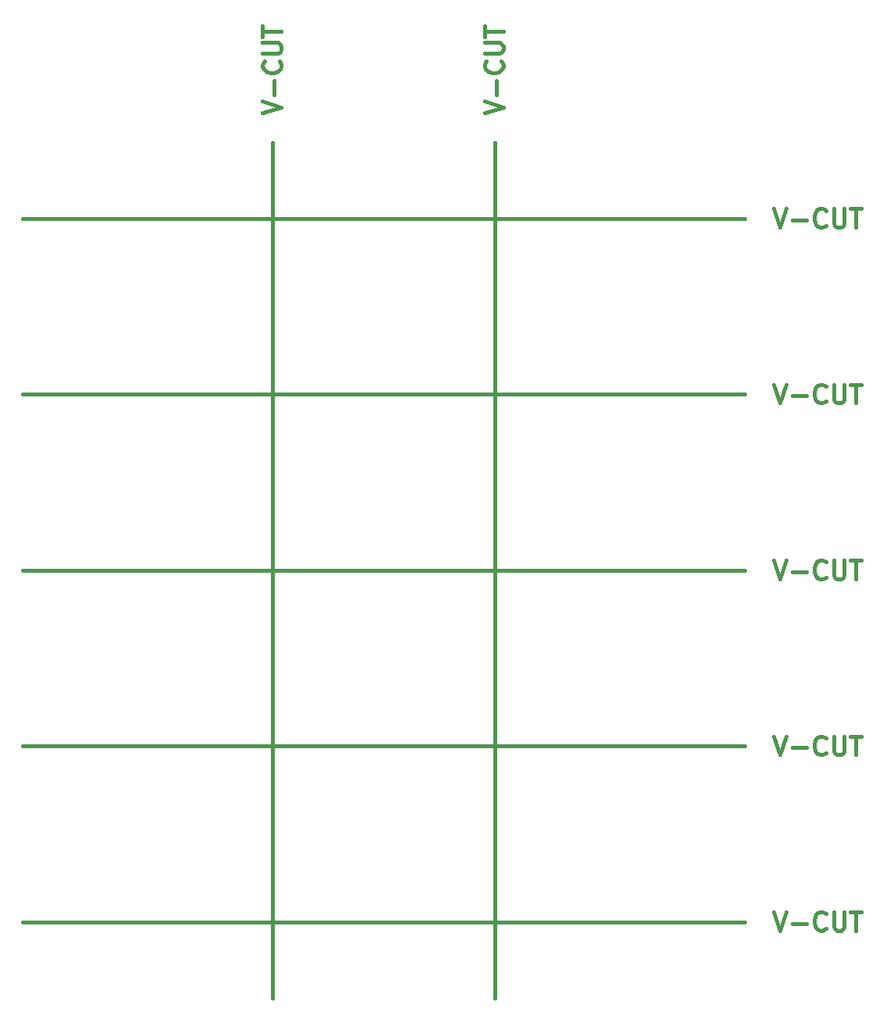
<source format=gbr>
G04 #@! TF.GenerationSoftware,KiCad,Pcbnew,7.0.2-6a45011f42~172~ubuntu22.04.1*
G04 #@! TF.CreationDate,2023-05-22T20:20:29+08:00*
G04 #@! TF.ProjectId,panel_4_3,70616e65-6c5f-4345-9f33-2e6b69636164,rev?*
G04 #@! TF.SameCoordinates,Original*
G04 #@! TF.FileFunction,Other,Comment*
%FSLAX46Y46*%
G04 Gerber Fmt 4.6, Leading zero omitted, Abs format (unit mm)*
G04 Created by KiCad (PCBNEW 7.0.2-6a45011f42~172~ubuntu22.04.1) date 2023-05-22 20:20:29*
%MOMM*%
%LPD*%
G01*
G04 APERTURE LIST*
%ADD10C,0.400000*%
G04 APERTURE END LIST*
D10*
X-3000000Y-62200000D02*
X75000000Y-62200000D01*
X48000000Y3000000D02*
X48000000Y-89400000D01*
X-3000000Y-5200000D02*
X75000000Y-5200000D01*
X24000000Y3000000D02*
X24000000Y-89400000D01*
X-3000000Y-43200000D02*
X75000000Y-43200000D01*
X-3000000Y-81200000D02*
X75000000Y-81200000D01*
X-3000000Y-24200000D02*
X75000000Y-24200000D01*
X78190476Y-42125238D02*
X78857142Y-44125238D01*
X78857142Y-44125238D02*
X79523809Y-42125238D01*
X80190476Y-43363333D02*
X81714286Y-43363333D01*
X83809523Y-43934761D02*
X83714285Y-44030000D01*
X83714285Y-44030000D02*
X83428571Y-44125238D01*
X83428571Y-44125238D02*
X83238095Y-44125238D01*
X83238095Y-44125238D02*
X82952380Y-44030000D01*
X82952380Y-44030000D02*
X82761904Y-43839523D01*
X82761904Y-43839523D02*
X82666666Y-43649047D01*
X82666666Y-43649047D02*
X82571428Y-43268095D01*
X82571428Y-43268095D02*
X82571428Y-42982380D01*
X82571428Y-42982380D02*
X82666666Y-42601428D01*
X82666666Y-42601428D02*
X82761904Y-42410952D01*
X82761904Y-42410952D02*
X82952380Y-42220476D01*
X82952380Y-42220476D02*
X83238095Y-42125238D01*
X83238095Y-42125238D02*
X83428571Y-42125238D01*
X83428571Y-42125238D02*
X83714285Y-42220476D01*
X83714285Y-42220476D02*
X83809523Y-42315714D01*
X84666666Y-42125238D02*
X84666666Y-43744285D01*
X84666666Y-43744285D02*
X84761904Y-43934761D01*
X84761904Y-43934761D02*
X84857142Y-44030000D01*
X84857142Y-44030000D02*
X85047618Y-44125238D01*
X85047618Y-44125238D02*
X85428571Y-44125238D01*
X85428571Y-44125238D02*
X85619047Y-44030000D01*
X85619047Y-44030000D02*
X85714285Y-43934761D01*
X85714285Y-43934761D02*
X85809523Y-43744285D01*
X85809523Y-43744285D02*
X85809523Y-42125238D01*
X86476190Y-42125238D02*
X87619047Y-42125238D01*
X87047618Y-44125238D02*
X87047618Y-42125238D01*
X78190476Y-4125238D02*
X78857142Y-6125238D01*
X78857142Y-6125238D02*
X79523809Y-4125238D01*
X80190476Y-5363333D02*
X81714286Y-5363333D01*
X83809523Y-5934761D02*
X83714285Y-6030000D01*
X83714285Y-6030000D02*
X83428571Y-6125238D01*
X83428571Y-6125238D02*
X83238095Y-6125238D01*
X83238095Y-6125238D02*
X82952380Y-6030000D01*
X82952380Y-6030000D02*
X82761904Y-5839523D01*
X82761904Y-5839523D02*
X82666666Y-5649047D01*
X82666666Y-5649047D02*
X82571428Y-5268095D01*
X82571428Y-5268095D02*
X82571428Y-4982380D01*
X82571428Y-4982380D02*
X82666666Y-4601428D01*
X82666666Y-4601428D02*
X82761904Y-4410952D01*
X82761904Y-4410952D02*
X82952380Y-4220476D01*
X82952380Y-4220476D02*
X83238095Y-4125238D01*
X83238095Y-4125238D02*
X83428571Y-4125238D01*
X83428571Y-4125238D02*
X83714285Y-4220476D01*
X83714285Y-4220476D02*
X83809523Y-4315714D01*
X84666666Y-4125238D02*
X84666666Y-5744285D01*
X84666666Y-5744285D02*
X84761904Y-5934761D01*
X84761904Y-5934761D02*
X84857142Y-6030000D01*
X84857142Y-6030000D02*
X85047618Y-6125238D01*
X85047618Y-6125238D02*
X85428571Y-6125238D01*
X85428571Y-6125238D02*
X85619047Y-6030000D01*
X85619047Y-6030000D02*
X85714285Y-5934761D01*
X85714285Y-5934761D02*
X85809523Y-5744285D01*
X85809523Y-5744285D02*
X85809523Y-4125238D01*
X86476190Y-4125238D02*
X87619047Y-4125238D01*
X87047618Y-6125238D02*
X87047618Y-4125238D01*
X22925238Y6190477D02*
X24925238Y6857143D01*
X24925238Y6857143D02*
X22925238Y7523810D01*
X24163333Y8190477D02*
X24163333Y9714286D01*
X24734761Y11809524D02*
X24830000Y11714286D01*
X24830000Y11714286D02*
X24925238Y11428572D01*
X24925238Y11428572D02*
X24925238Y11238096D01*
X24925238Y11238096D02*
X24830000Y10952381D01*
X24830000Y10952381D02*
X24639523Y10761905D01*
X24639523Y10761905D02*
X24449047Y10666667D01*
X24449047Y10666667D02*
X24068095Y10571429D01*
X24068095Y10571429D02*
X23782380Y10571429D01*
X23782380Y10571429D02*
X23401428Y10666667D01*
X23401428Y10666667D02*
X23210952Y10761905D01*
X23210952Y10761905D02*
X23020476Y10952381D01*
X23020476Y10952381D02*
X22925238Y11238096D01*
X22925238Y11238096D02*
X22925238Y11428572D01*
X22925238Y11428572D02*
X23020476Y11714286D01*
X23020476Y11714286D02*
X23115714Y11809524D01*
X22925238Y12666667D02*
X24544285Y12666667D01*
X24544285Y12666667D02*
X24734761Y12761905D01*
X24734761Y12761905D02*
X24830000Y12857143D01*
X24830000Y12857143D02*
X24925238Y13047619D01*
X24925238Y13047619D02*
X24925238Y13428572D01*
X24925238Y13428572D02*
X24830000Y13619048D01*
X24830000Y13619048D02*
X24734761Y13714286D01*
X24734761Y13714286D02*
X24544285Y13809524D01*
X24544285Y13809524D02*
X22925238Y13809524D01*
X22925238Y14476191D02*
X22925238Y15619048D01*
X24925238Y15047619D02*
X22925238Y15047619D01*
X78190476Y-23125238D02*
X78857142Y-25125238D01*
X78857142Y-25125238D02*
X79523809Y-23125238D01*
X80190476Y-24363333D02*
X81714286Y-24363333D01*
X83809523Y-24934761D02*
X83714285Y-25030000D01*
X83714285Y-25030000D02*
X83428571Y-25125238D01*
X83428571Y-25125238D02*
X83238095Y-25125238D01*
X83238095Y-25125238D02*
X82952380Y-25030000D01*
X82952380Y-25030000D02*
X82761904Y-24839523D01*
X82761904Y-24839523D02*
X82666666Y-24649047D01*
X82666666Y-24649047D02*
X82571428Y-24268095D01*
X82571428Y-24268095D02*
X82571428Y-23982380D01*
X82571428Y-23982380D02*
X82666666Y-23601428D01*
X82666666Y-23601428D02*
X82761904Y-23410952D01*
X82761904Y-23410952D02*
X82952380Y-23220476D01*
X82952380Y-23220476D02*
X83238095Y-23125238D01*
X83238095Y-23125238D02*
X83428571Y-23125238D01*
X83428571Y-23125238D02*
X83714285Y-23220476D01*
X83714285Y-23220476D02*
X83809523Y-23315714D01*
X84666666Y-23125238D02*
X84666666Y-24744285D01*
X84666666Y-24744285D02*
X84761904Y-24934761D01*
X84761904Y-24934761D02*
X84857142Y-25030000D01*
X84857142Y-25030000D02*
X85047618Y-25125238D01*
X85047618Y-25125238D02*
X85428571Y-25125238D01*
X85428571Y-25125238D02*
X85619047Y-25030000D01*
X85619047Y-25030000D02*
X85714285Y-24934761D01*
X85714285Y-24934761D02*
X85809523Y-24744285D01*
X85809523Y-24744285D02*
X85809523Y-23125238D01*
X86476190Y-23125238D02*
X87619047Y-23125238D01*
X87047618Y-25125238D02*
X87047618Y-23125238D01*
X78190476Y-61125238D02*
X78857142Y-63125238D01*
X78857142Y-63125238D02*
X79523809Y-61125238D01*
X80190476Y-62363333D02*
X81714286Y-62363333D01*
X83809523Y-62934761D02*
X83714285Y-63030000D01*
X83714285Y-63030000D02*
X83428571Y-63125238D01*
X83428571Y-63125238D02*
X83238095Y-63125238D01*
X83238095Y-63125238D02*
X82952380Y-63030000D01*
X82952380Y-63030000D02*
X82761904Y-62839523D01*
X82761904Y-62839523D02*
X82666666Y-62649047D01*
X82666666Y-62649047D02*
X82571428Y-62268095D01*
X82571428Y-62268095D02*
X82571428Y-61982380D01*
X82571428Y-61982380D02*
X82666666Y-61601428D01*
X82666666Y-61601428D02*
X82761904Y-61410952D01*
X82761904Y-61410952D02*
X82952380Y-61220476D01*
X82952380Y-61220476D02*
X83238095Y-61125238D01*
X83238095Y-61125238D02*
X83428571Y-61125238D01*
X83428571Y-61125238D02*
X83714285Y-61220476D01*
X83714285Y-61220476D02*
X83809523Y-61315714D01*
X84666666Y-61125238D02*
X84666666Y-62744285D01*
X84666666Y-62744285D02*
X84761904Y-62934761D01*
X84761904Y-62934761D02*
X84857142Y-63030000D01*
X84857142Y-63030000D02*
X85047618Y-63125238D01*
X85047618Y-63125238D02*
X85428571Y-63125238D01*
X85428571Y-63125238D02*
X85619047Y-63030000D01*
X85619047Y-63030000D02*
X85714285Y-62934761D01*
X85714285Y-62934761D02*
X85809523Y-62744285D01*
X85809523Y-62744285D02*
X85809523Y-61125238D01*
X86476190Y-61125238D02*
X87619047Y-61125238D01*
X87047618Y-63125238D02*
X87047618Y-61125238D01*
X46925238Y6190477D02*
X48925238Y6857143D01*
X48925238Y6857143D02*
X46925238Y7523810D01*
X48163333Y8190477D02*
X48163333Y9714286D01*
X48734761Y11809524D02*
X48830000Y11714286D01*
X48830000Y11714286D02*
X48925238Y11428572D01*
X48925238Y11428572D02*
X48925238Y11238096D01*
X48925238Y11238096D02*
X48830000Y10952381D01*
X48830000Y10952381D02*
X48639523Y10761905D01*
X48639523Y10761905D02*
X48449047Y10666667D01*
X48449047Y10666667D02*
X48068095Y10571429D01*
X48068095Y10571429D02*
X47782380Y10571429D01*
X47782380Y10571429D02*
X47401428Y10666667D01*
X47401428Y10666667D02*
X47210952Y10761905D01*
X47210952Y10761905D02*
X47020476Y10952381D01*
X47020476Y10952381D02*
X46925238Y11238096D01*
X46925238Y11238096D02*
X46925238Y11428572D01*
X46925238Y11428572D02*
X47020476Y11714286D01*
X47020476Y11714286D02*
X47115714Y11809524D01*
X46925238Y12666667D02*
X48544285Y12666667D01*
X48544285Y12666667D02*
X48734761Y12761905D01*
X48734761Y12761905D02*
X48830000Y12857143D01*
X48830000Y12857143D02*
X48925238Y13047619D01*
X48925238Y13047619D02*
X48925238Y13428572D01*
X48925238Y13428572D02*
X48830000Y13619048D01*
X48830000Y13619048D02*
X48734761Y13714286D01*
X48734761Y13714286D02*
X48544285Y13809524D01*
X48544285Y13809524D02*
X46925238Y13809524D01*
X46925238Y14476191D02*
X46925238Y15619048D01*
X48925238Y15047619D02*
X46925238Y15047619D01*
X78190476Y-80125238D02*
X78857142Y-82125238D01*
X78857142Y-82125238D02*
X79523809Y-80125238D01*
X80190476Y-81363333D02*
X81714286Y-81363333D01*
X83809523Y-81934761D02*
X83714285Y-82030000D01*
X83714285Y-82030000D02*
X83428571Y-82125238D01*
X83428571Y-82125238D02*
X83238095Y-82125238D01*
X83238095Y-82125238D02*
X82952380Y-82030000D01*
X82952380Y-82030000D02*
X82761904Y-81839523D01*
X82761904Y-81839523D02*
X82666666Y-81649047D01*
X82666666Y-81649047D02*
X82571428Y-81268095D01*
X82571428Y-81268095D02*
X82571428Y-80982380D01*
X82571428Y-80982380D02*
X82666666Y-80601428D01*
X82666666Y-80601428D02*
X82761904Y-80410952D01*
X82761904Y-80410952D02*
X82952380Y-80220476D01*
X82952380Y-80220476D02*
X83238095Y-80125238D01*
X83238095Y-80125238D02*
X83428571Y-80125238D01*
X83428571Y-80125238D02*
X83714285Y-80220476D01*
X83714285Y-80220476D02*
X83809523Y-80315714D01*
X84666666Y-80125238D02*
X84666666Y-81744285D01*
X84666666Y-81744285D02*
X84761904Y-81934761D01*
X84761904Y-81934761D02*
X84857142Y-82030000D01*
X84857142Y-82030000D02*
X85047618Y-82125238D01*
X85047618Y-82125238D02*
X85428571Y-82125238D01*
X85428571Y-82125238D02*
X85619047Y-82030000D01*
X85619047Y-82030000D02*
X85714285Y-81934761D01*
X85714285Y-81934761D02*
X85809523Y-81744285D01*
X85809523Y-81744285D02*
X85809523Y-80125238D01*
X86476190Y-80125238D02*
X87619047Y-80125238D01*
X87047618Y-82125238D02*
X87047618Y-80125238D01*
M02*

</source>
